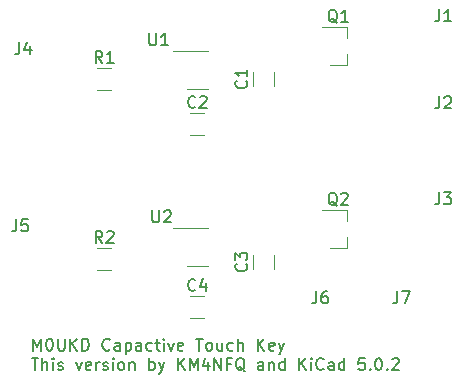
<source format=gbr>
G04 #@! TF.GenerationSoftware,KiCad,Pcbnew,5.0.2+dfsg1-1*
G04 #@! TF.CreationDate,2019-12-28T11:31:48-05:00*
G04 #@! TF.ProjectId,2001captchpad,32303031-6361-4707-9463-687061642e6b,rev?*
G04 #@! TF.SameCoordinates,Original*
G04 #@! TF.FileFunction,Legend,Top*
G04 #@! TF.FilePolarity,Positive*
%FSLAX46Y46*%
G04 Gerber Fmt 4.6, Leading zero omitted, Abs format (unit mm)*
G04 Created by KiCad (PCBNEW 5.0.2+dfsg1-1) date Sat 28 Dec 2019 11:31:48 AM EST*
%MOMM*%
%LPD*%
G01*
G04 APERTURE LIST*
%ADD10C,0.150000*%
%ADD11C,0.120000*%
G04 APERTURE END LIST*
D10*
X143845595Y-113927380D02*
X143845595Y-112927380D01*
X144178928Y-113641666D01*
X144512261Y-112927380D01*
X144512261Y-113927380D01*
X145178928Y-112927380D02*
X145274166Y-112927380D01*
X145369404Y-112975000D01*
X145417023Y-113022619D01*
X145464642Y-113117857D01*
X145512261Y-113308333D01*
X145512261Y-113546428D01*
X145464642Y-113736904D01*
X145417023Y-113832142D01*
X145369404Y-113879761D01*
X145274166Y-113927380D01*
X145178928Y-113927380D01*
X145083690Y-113879761D01*
X145036071Y-113832142D01*
X144988452Y-113736904D01*
X144940833Y-113546428D01*
X144940833Y-113308333D01*
X144988452Y-113117857D01*
X145036071Y-113022619D01*
X145083690Y-112975000D01*
X145178928Y-112927380D01*
X145940833Y-112927380D02*
X145940833Y-113736904D01*
X145988452Y-113832142D01*
X146036071Y-113879761D01*
X146131309Y-113927380D01*
X146321785Y-113927380D01*
X146417023Y-113879761D01*
X146464642Y-113832142D01*
X146512261Y-113736904D01*
X146512261Y-112927380D01*
X146988452Y-113927380D02*
X146988452Y-112927380D01*
X147559880Y-113927380D02*
X147131309Y-113355952D01*
X147559880Y-112927380D02*
X146988452Y-113498809D01*
X147988452Y-113927380D02*
X147988452Y-112927380D01*
X148226547Y-112927380D01*
X148369404Y-112975000D01*
X148464642Y-113070238D01*
X148512261Y-113165476D01*
X148559880Y-113355952D01*
X148559880Y-113498809D01*
X148512261Y-113689285D01*
X148464642Y-113784523D01*
X148369404Y-113879761D01*
X148226547Y-113927380D01*
X147988452Y-113927380D01*
X150321785Y-113832142D02*
X150274166Y-113879761D01*
X150131309Y-113927380D01*
X150036071Y-113927380D01*
X149893214Y-113879761D01*
X149797976Y-113784523D01*
X149750357Y-113689285D01*
X149702738Y-113498809D01*
X149702738Y-113355952D01*
X149750357Y-113165476D01*
X149797976Y-113070238D01*
X149893214Y-112975000D01*
X150036071Y-112927380D01*
X150131309Y-112927380D01*
X150274166Y-112975000D01*
X150321785Y-113022619D01*
X151178928Y-113927380D02*
X151178928Y-113403571D01*
X151131309Y-113308333D01*
X151036071Y-113260714D01*
X150845595Y-113260714D01*
X150750357Y-113308333D01*
X151178928Y-113879761D02*
X151083690Y-113927380D01*
X150845595Y-113927380D01*
X150750357Y-113879761D01*
X150702738Y-113784523D01*
X150702738Y-113689285D01*
X150750357Y-113594047D01*
X150845595Y-113546428D01*
X151083690Y-113546428D01*
X151178928Y-113498809D01*
X151655119Y-113260714D02*
X151655119Y-114260714D01*
X151655119Y-113308333D02*
X151750357Y-113260714D01*
X151940833Y-113260714D01*
X152036071Y-113308333D01*
X152083690Y-113355952D01*
X152131309Y-113451190D01*
X152131309Y-113736904D01*
X152083690Y-113832142D01*
X152036071Y-113879761D01*
X151940833Y-113927380D01*
X151750357Y-113927380D01*
X151655119Y-113879761D01*
X152988452Y-113927380D02*
X152988452Y-113403571D01*
X152940833Y-113308333D01*
X152845595Y-113260714D01*
X152655119Y-113260714D01*
X152559880Y-113308333D01*
X152988452Y-113879761D02*
X152893214Y-113927380D01*
X152655119Y-113927380D01*
X152559880Y-113879761D01*
X152512261Y-113784523D01*
X152512261Y-113689285D01*
X152559880Y-113594047D01*
X152655119Y-113546428D01*
X152893214Y-113546428D01*
X152988452Y-113498809D01*
X153893214Y-113879761D02*
X153797976Y-113927380D01*
X153607500Y-113927380D01*
X153512261Y-113879761D01*
X153464642Y-113832142D01*
X153417023Y-113736904D01*
X153417023Y-113451190D01*
X153464642Y-113355952D01*
X153512261Y-113308333D01*
X153607500Y-113260714D01*
X153797976Y-113260714D01*
X153893214Y-113308333D01*
X154178928Y-113260714D02*
X154559880Y-113260714D01*
X154321785Y-112927380D02*
X154321785Y-113784523D01*
X154369404Y-113879761D01*
X154464642Y-113927380D01*
X154559880Y-113927380D01*
X154893214Y-113927380D02*
X154893214Y-113260714D01*
X154893214Y-112927380D02*
X154845595Y-112975000D01*
X154893214Y-113022619D01*
X154940833Y-112975000D01*
X154893214Y-112927380D01*
X154893214Y-113022619D01*
X155274166Y-113260714D02*
X155512261Y-113927380D01*
X155750357Y-113260714D01*
X156512261Y-113879761D02*
X156417023Y-113927380D01*
X156226547Y-113927380D01*
X156131309Y-113879761D01*
X156083690Y-113784523D01*
X156083690Y-113403571D01*
X156131309Y-113308333D01*
X156226547Y-113260714D01*
X156417023Y-113260714D01*
X156512261Y-113308333D01*
X156559880Y-113403571D01*
X156559880Y-113498809D01*
X156083690Y-113594047D01*
X157607500Y-112927380D02*
X158178928Y-112927380D01*
X157893214Y-113927380D02*
X157893214Y-112927380D01*
X158655119Y-113927380D02*
X158559880Y-113879761D01*
X158512261Y-113832142D01*
X158464642Y-113736904D01*
X158464642Y-113451190D01*
X158512261Y-113355952D01*
X158559880Y-113308333D01*
X158655119Y-113260714D01*
X158797976Y-113260714D01*
X158893214Y-113308333D01*
X158940833Y-113355952D01*
X158988452Y-113451190D01*
X158988452Y-113736904D01*
X158940833Y-113832142D01*
X158893214Y-113879761D01*
X158797976Y-113927380D01*
X158655119Y-113927380D01*
X159845595Y-113260714D02*
X159845595Y-113927380D01*
X159417023Y-113260714D02*
X159417023Y-113784523D01*
X159464642Y-113879761D01*
X159559880Y-113927380D01*
X159702738Y-113927380D01*
X159797976Y-113879761D01*
X159845595Y-113832142D01*
X160750357Y-113879761D02*
X160655119Y-113927380D01*
X160464642Y-113927380D01*
X160369404Y-113879761D01*
X160321785Y-113832142D01*
X160274166Y-113736904D01*
X160274166Y-113451190D01*
X160321785Y-113355952D01*
X160369404Y-113308333D01*
X160464642Y-113260714D01*
X160655119Y-113260714D01*
X160750357Y-113308333D01*
X161178928Y-113927380D02*
X161178928Y-112927380D01*
X161607500Y-113927380D02*
X161607500Y-113403571D01*
X161559880Y-113308333D01*
X161464642Y-113260714D01*
X161321785Y-113260714D01*
X161226547Y-113308333D01*
X161178928Y-113355952D01*
X162845595Y-113927380D02*
X162845595Y-112927380D01*
X163417023Y-113927380D02*
X162988452Y-113355952D01*
X163417023Y-112927380D02*
X162845595Y-113498809D01*
X164226547Y-113879761D02*
X164131309Y-113927380D01*
X163940833Y-113927380D01*
X163845595Y-113879761D01*
X163797976Y-113784523D01*
X163797976Y-113403571D01*
X163845595Y-113308333D01*
X163940833Y-113260714D01*
X164131309Y-113260714D01*
X164226547Y-113308333D01*
X164274166Y-113403571D01*
X164274166Y-113498809D01*
X163797976Y-113594047D01*
X164607500Y-113260714D02*
X164845595Y-113927380D01*
X165083690Y-113260714D02*
X164845595Y-113927380D01*
X164750357Y-114165476D01*
X164702738Y-114213095D01*
X164607500Y-114260714D01*
X143702738Y-114577380D02*
X144274166Y-114577380D01*
X143988452Y-115577380D02*
X143988452Y-114577380D01*
X144607500Y-115577380D02*
X144607500Y-114577380D01*
X145036071Y-115577380D02*
X145036071Y-115053571D01*
X144988452Y-114958333D01*
X144893214Y-114910714D01*
X144750357Y-114910714D01*
X144655119Y-114958333D01*
X144607500Y-115005952D01*
X145512261Y-115577380D02*
X145512261Y-114910714D01*
X145512261Y-114577380D02*
X145464642Y-114625000D01*
X145512261Y-114672619D01*
X145559880Y-114625000D01*
X145512261Y-114577380D01*
X145512261Y-114672619D01*
X145940833Y-115529761D02*
X146036071Y-115577380D01*
X146226547Y-115577380D01*
X146321785Y-115529761D01*
X146369404Y-115434523D01*
X146369404Y-115386904D01*
X146321785Y-115291666D01*
X146226547Y-115244047D01*
X146083690Y-115244047D01*
X145988452Y-115196428D01*
X145940833Y-115101190D01*
X145940833Y-115053571D01*
X145988452Y-114958333D01*
X146083690Y-114910714D01*
X146226547Y-114910714D01*
X146321785Y-114958333D01*
X147464642Y-114910714D02*
X147702738Y-115577380D01*
X147940833Y-114910714D01*
X148702738Y-115529761D02*
X148607500Y-115577380D01*
X148417023Y-115577380D01*
X148321785Y-115529761D01*
X148274166Y-115434523D01*
X148274166Y-115053571D01*
X148321785Y-114958333D01*
X148417023Y-114910714D01*
X148607500Y-114910714D01*
X148702738Y-114958333D01*
X148750357Y-115053571D01*
X148750357Y-115148809D01*
X148274166Y-115244047D01*
X149178928Y-115577380D02*
X149178928Y-114910714D01*
X149178928Y-115101190D02*
X149226547Y-115005952D01*
X149274166Y-114958333D01*
X149369404Y-114910714D01*
X149464642Y-114910714D01*
X149750357Y-115529761D02*
X149845595Y-115577380D01*
X150036071Y-115577380D01*
X150131309Y-115529761D01*
X150178928Y-115434523D01*
X150178928Y-115386904D01*
X150131309Y-115291666D01*
X150036071Y-115244047D01*
X149893214Y-115244047D01*
X149797976Y-115196428D01*
X149750357Y-115101190D01*
X149750357Y-115053571D01*
X149797976Y-114958333D01*
X149893214Y-114910714D01*
X150036071Y-114910714D01*
X150131309Y-114958333D01*
X150607500Y-115577380D02*
X150607500Y-114910714D01*
X150607500Y-114577380D02*
X150559880Y-114625000D01*
X150607500Y-114672619D01*
X150655119Y-114625000D01*
X150607500Y-114577380D01*
X150607500Y-114672619D01*
X151226547Y-115577380D02*
X151131309Y-115529761D01*
X151083690Y-115482142D01*
X151036071Y-115386904D01*
X151036071Y-115101190D01*
X151083690Y-115005952D01*
X151131309Y-114958333D01*
X151226547Y-114910714D01*
X151369404Y-114910714D01*
X151464642Y-114958333D01*
X151512261Y-115005952D01*
X151559880Y-115101190D01*
X151559880Y-115386904D01*
X151512261Y-115482142D01*
X151464642Y-115529761D01*
X151369404Y-115577380D01*
X151226547Y-115577380D01*
X151988452Y-114910714D02*
X151988452Y-115577380D01*
X151988452Y-115005952D02*
X152036071Y-114958333D01*
X152131309Y-114910714D01*
X152274166Y-114910714D01*
X152369404Y-114958333D01*
X152417023Y-115053571D01*
X152417023Y-115577380D01*
X153655119Y-115577380D02*
X153655119Y-114577380D01*
X153655119Y-114958333D02*
X153750357Y-114910714D01*
X153940833Y-114910714D01*
X154036071Y-114958333D01*
X154083690Y-115005952D01*
X154131309Y-115101190D01*
X154131309Y-115386904D01*
X154083690Y-115482142D01*
X154036071Y-115529761D01*
X153940833Y-115577380D01*
X153750357Y-115577380D01*
X153655119Y-115529761D01*
X154464642Y-114910714D02*
X154702738Y-115577380D01*
X154940833Y-114910714D02*
X154702738Y-115577380D01*
X154607500Y-115815476D01*
X154559880Y-115863095D01*
X154464642Y-115910714D01*
X156083690Y-115577380D02*
X156083690Y-114577380D01*
X156655119Y-115577380D02*
X156226547Y-115005952D01*
X156655119Y-114577380D02*
X156083690Y-115148809D01*
X157083690Y-115577380D02*
X157083690Y-114577380D01*
X157417023Y-115291666D01*
X157750357Y-114577380D01*
X157750357Y-115577380D01*
X158655119Y-114910714D02*
X158655119Y-115577380D01*
X158417023Y-114529761D02*
X158178928Y-115244047D01*
X158797976Y-115244047D01*
X159178928Y-115577380D02*
X159178928Y-114577380D01*
X159750357Y-115577380D01*
X159750357Y-114577380D01*
X160559880Y-115053571D02*
X160226547Y-115053571D01*
X160226547Y-115577380D02*
X160226547Y-114577380D01*
X160702738Y-114577380D01*
X161750357Y-115672619D02*
X161655119Y-115625000D01*
X161559880Y-115529761D01*
X161417023Y-115386904D01*
X161321785Y-115339285D01*
X161226547Y-115339285D01*
X161274166Y-115577380D02*
X161178928Y-115529761D01*
X161083690Y-115434523D01*
X161036071Y-115244047D01*
X161036071Y-114910714D01*
X161083690Y-114720238D01*
X161178928Y-114625000D01*
X161274166Y-114577380D01*
X161464642Y-114577380D01*
X161559880Y-114625000D01*
X161655119Y-114720238D01*
X161702738Y-114910714D01*
X161702738Y-115244047D01*
X161655119Y-115434523D01*
X161559880Y-115529761D01*
X161464642Y-115577380D01*
X161274166Y-115577380D01*
X163321785Y-115577380D02*
X163321785Y-115053571D01*
X163274166Y-114958333D01*
X163178928Y-114910714D01*
X162988452Y-114910714D01*
X162893214Y-114958333D01*
X163321785Y-115529761D02*
X163226547Y-115577380D01*
X162988452Y-115577380D01*
X162893214Y-115529761D01*
X162845595Y-115434523D01*
X162845595Y-115339285D01*
X162893214Y-115244047D01*
X162988452Y-115196428D01*
X163226547Y-115196428D01*
X163321785Y-115148809D01*
X163797976Y-114910714D02*
X163797976Y-115577380D01*
X163797976Y-115005952D02*
X163845595Y-114958333D01*
X163940833Y-114910714D01*
X164083690Y-114910714D01*
X164178928Y-114958333D01*
X164226547Y-115053571D01*
X164226547Y-115577380D01*
X165131309Y-115577380D02*
X165131309Y-114577380D01*
X165131309Y-115529761D02*
X165036071Y-115577380D01*
X164845595Y-115577380D01*
X164750357Y-115529761D01*
X164702738Y-115482142D01*
X164655119Y-115386904D01*
X164655119Y-115101190D01*
X164702738Y-115005952D01*
X164750357Y-114958333D01*
X164845595Y-114910714D01*
X165036071Y-114910714D01*
X165131309Y-114958333D01*
X166369404Y-115577380D02*
X166369404Y-114577380D01*
X166940833Y-115577380D02*
X166512261Y-115005952D01*
X166940833Y-114577380D02*
X166369404Y-115148809D01*
X167369404Y-115577380D02*
X167369404Y-114910714D01*
X167369404Y-114577380D02*
X167321785Y-114625000D01*
X167369404Y-114672619D01*
X167417023Y-114625000D01*
X167369404Y-114577380D01*
X167369404Y-114672619D01*
X168417023Y-115482142D02*
X168369404Y-115529761D01*
X168226547Y-115577380D01*
X168131309Y-115577380D01*
X167988452Y-115529761D01*
X167893214Y-115434523D01*
X167845595Y-115339285D01*
X167797976Y-115148809D01*
X167797976Y-115005952D01*
X167845595Y-114815476D01*
X167893214Y-114720238D01*
X167988452Y-114625000D01*
X168131309Y-114577380D01*
X168226547Y-114577380D01*
X168369404Y-114625000D01*
X168417023Y-114672619D01*
X169274166Y-115577380D02*
X169274166Y-115053571D01*
X169226547Y-114958333D01*
X169131309Y-114910714D01*
X168940833Y-114910714D01*
X168845595Y-114958333D01*
X169274166Y-115529761D02*
X169178928Y-115577380D01*
X168940833Y-115577380D01*
X168845595Y-115529761D01*
X168797976Y-115434523D01*
X168797976Y-115339285D01*
X168845595Y-115244047D01*
X168940833Y-115196428D01*
X169178928Y-115196428D01*
X169274166Y-115148809D01*
X170178928Y-115577380D02*
X170178928Y-114577380D01*
X170178928Y-115529761D02*
X170083690Y-115577380D01*
X169893214Y-115577380D01*
X169797976Y-115529761D01*
X169750357Y-115482142D01*
X169702738Y-115386904D01*
X169702738Y-115101190D01*
X169750357Y-115005952D01*
X169797976Y-114958333D01*
X169893214Y-114910714D01*
X170083690Y-114910714D01*
X170178928Y-114958333D01*
X171893214Y-114577380D02*
X171417023Y-114577380D01*
X171369404Y-115053571D01*
X171417023Y-115005952D01*
X171512261Y-114958333D01*
X171750357Y-114958333D01*
X171845595Y-115005952D01*
X171893214Y-115053571D01*
X171940833Y-115148809D01*
X171940833Y-115386904D01*
X171893214Y-115482142D01*
X171845595Y-115529761D01*
X171750357Y-115577380D01*
X171512261Y-115577380D01*
X171417023Y-115529761D01*
X171369404Y-115482142D01*
X172369404Y-115482142D02*
X172417023Y-115529761D01*
X172369404Y-115577380D01*
X172321785Y-115529761D01*
X172369404Y-115482142D01*
X172369404Y-115577380D01*
X173036071Y-114577380D02*
X173131309Y-114577380D01*
X173226547Y-114625000D01*
X173274166Y-114672619D01*
X173321785Y-114767857D01*
X173369404Y-114958333D01*
X173369404Y-115196428D01*
X173321785Y-115386904D01*
X173274166Y-115482142D01*
X173226547Y-115529761D01*
X173131309Y-115577380D01*
X173036071Y-115577380D01*
X172940833Y-115529761D01*
X172893214Y-115482142D01*
X172845595Y-115386904D01*
X172797976Y-115196428D01*
X172797976Y-114958333D01*
X172845595Y-114767857D01*
X172893214Y-114672619D01*
X172940833Y-114625000D01*
X173036071Y-114577380D01*
X173797976Y-115482142D02*
X173845595Y-115529761D01*
X173797976Y-115577380D01*
X173750357Y-115529761D01*
X173797976Y-115482142D01*
X173797976Y-115577380D01*
X174226547Y-114672619D02*
X174274166Y-114625000D01*
X174369404Y-114577380D01*
X174607500Y-114577380D01*
X174702738Y-114625000D01*
X174750357Y-114672619D01*
X174797976Y-114767857D01*
X174797976Y-114863095D01*
X174750357Y-115005952D01*
X174178928Y-115577380D01*
X174797976Y-115577380D01*
D11*
G04 #@! TO.C,C1*
X164232000Y-91534064D02*
X164232000Y-90329936D01*
X162412000Y-91534064D02*
X162412000Y-90329936D01*
G04 #@! TO.C,C2*
X157131936Y-95652000D02*
X158336064Y-95652000D01*
X157131936Y-93832000D02*
X158336064Y-93832000D01*
G04 #@! TO.C,C3*
X164232000Y-107028064D02*
X164232000Y-105823936D01*
X162412000Y-107028064D02*
X162412000Y-105823936D01*
G04 #@! TO.C,C4*
X157131936Y-111146000D02*
X158336064Y-111146000D01*
X157131936Y-109326000D02*
X158336064Y-109326000D01*
G04 #@! TO.C,Q1*
X170432000Y-89718000D02*
X168972000Y-89718000D01*
X170432000Y-86558000D02*
X168272000Y-86558000D01*
X170432000Y-86558000D02*
X170432000Y-87488000D01*
X170432000Y-89718000D02*
X170432000Y-88788000D01*
G04 #@! TO.C,Q2*
X170432000Y-105212000D02*
X168972000Y-105212000D01*
X170432000Y-102052000D02*
X168272000Y-102052000D01*
X170432000Y-102052000D02*
X170432000Y-102982000D01*
X170432000Y-105212000D02*
X170432000Y-104282000D01*
G04 #@! TO.C,R1*
X149257936Y-91842000D02*
X150462064Y-91842000D01*
X149257936Y-90022000D02*
X150462064Y-90022000D01*
G04 #@! TO.C,R2*
X149257936Y-107082000D02*
X150462064Y-107082000D01*
X149257936Y-105262000D02*
X150462064Y-105262000D01*
G04 #@! TO.C,U1*
X158634000Y-88560000D02*
X155684000Y-88560000D01*
X156834000Y-91780000D02*
X158634000Y-91780000D01*
G04 #@! TO.C,U2*
X158634000Y-103546000D02*
X155684000Y-103546000D01*
X156834000Y-106766000D02*
X158634000Y-106766000D01*
G04 #@! TO.C,C1*
D10*
X161859142Y-91098666D02*
X161906761Y-91146285D01*
X161954380Y-91289142D01*
X161954380Y-91384380D01*
X161906761Y-91527238D01*
X161811523Y-91622476D01*
X161716285Y-91670095D01*
X161525809Y-91717714D01*
X161382952Y-91717714D01*
X161192476Y-91670095D01*
X161097238Y-91622476D01*
X161002000Y-91527238D01*
X160954380Y-91384380D01*
X160954380Y-91289142D01*
X161002000Y-91146285D01*
X161049619Y-91098666D01*
X161954380Y-90146285D02*
X161954380Y-90717714D01*
X161954380Y-90432000D02*
X160954380Y-90432000D01*
X161097238Y-90527238D01*
X161192476Y-90622476D01*
X161240095Y-90717714D01*
G04 #@! TO.C,C2*
X157567333Y-93279142D02*
X157519714Y-93326761D01*
X157376857Y-93374380D01*
X157281619Y-93374380D01*
X157138761Y-93326761D01*
X157043523Y-93231523D01*
X156995904Y-93136285D01*
X156948285Y-92945809D01*
X156948285Y-92802952D01*
X156995904Y-92612476D01*
X157043523Y-92517238D01*
X157138761Y-92422000D01*
X157281619Y-92374380D01*
X157376857Y-92374380D01*
X157519714Y-92422000D01*
X157567333Y-92469619D01*
X157948285Y-92469619D02*
X157995904Y-92422000D01*
X158091142Y-92374380D01*
X158329238Y-92374380D01*
X158424476Y-92422000D01*
X158472095Y-92469619D01*
X158519714Y-92564857D01*
X158519714Y-92660095D01*
X158472095Y-92802952D01*
X157900666Y-93374380D01*
X158519714Y-93374380D01*
G04 #@! TO.C,C3*
X161859142Y-106592666D02*
X161906761Y-106640285D01*
X161954380Y-106783142D01*
X161954380Y-106878380D01*
X161906761Y-107021238D01*
X161811523Y-107116476D01*
X161716285Y-107164095D01*
X161525809Y-107211714D01*
X161382952Y-107211714D01*
X161192476Y-107164095D01*
X161097238Y-107116476D01*
X161002000Y-107021238D01*
X160954380Y-106878380D01*
X160954380Y-106783142D01*
X161002000Y-106640285D01*
X161049619Y-106592666D01*
X160954380Y-106259333D02*
X160954380Y-105640285D01*
X161335333Y-105973619D01*
X161335333Y-105830761D01*
X161382952Y-105735523D01*
X161430571Y-105687904D01*
X161525809Y-105640285D01*
X161763904Y-105640285D01*
X161859142Y-105687904D01*
X161906761Y-105735523D01*
X161954380Y-105830761D01*
X161954380Y-106116476D01*
X161906761Y-106211714D01*
X161859142Y-106259333D01*
G04 #@! TO.C,C4*
X157567333Y-108773142D02*
X157519714Y-108820761D01*
X157376857Y-108868380D01*
X157281619Y-108868380D01*
X157138761Y-108820761D01*
X157043523Y-108725523D01*
X156995904Y-108630285D01*
X156948285Y-108439809D01*
X156948285Y-108296952D01*
X156995904Y-108106476D01*
X157043523Y-108011238D01*
X157138761Y-107916000D01*
X157281619Y-107868380D01*
X157376857Y-107868380D01*
X157519714Y-107916000D01*
X157567333Y-107963619D01*
X158424476Y-108201714D02*
X158424476Y-108868380D01*
X158186380Y-107820761D02*
X157948285Y-108535047D01*
X158567333Y-108535047D01*
G04 #@! TO.C,J1*
X178228666Y-85050380D02*
X178228666Y-85764666D01*
X178181047Y-85907523D01*
X178085809Y-86002761D01*
X177942952Y-86050380D01*
X177847714Y-86050380D01*
X179228666Y-86050380D02*
X178657238Y-86050380D01*
X178942952Y-86050380D02*
X178942952Y-85050380D01*
X178847714Y-85193238D01*
X178752476Y-85288476D01*
X178657238Y-85336095D01*
G04 #@! TO.C,J2*
X178228666Y-92416380D02*
X178228666Y-93130666D01*
X178181047Y-93273523D01*
X178085809Y-93368761D01*
X177942952Y-93416380D01*
X177847714Y-93416380D01*
X178657238Y-92511619D02*
X178704857Y-92464000D01*
X178800095Y-92416380D01*
X179038190Y-92416380D01*
X179133428Y-92464000D01*
X179181047Y-92511619D01*
X179228666Y-92606857D01*
X179228666Y-92702095D01*
X179181047Y-92844952D01*
X178609619Y-93416380D01*
X179228666Y-93416380D01*
G04 #@! TO.C,J3*
X178228666Y-100544380D02*
X178228666Y-101258666D01*
X178181047Y-101401523D01*
X178085809Y-101496761D01*
X177942952Y-101544380D01*
X177847714Y-101544380D01*
X178609619Y-100544380D02*
X179228666Y-100544380D01*
X178895333Y-100925333D01*
X179038190Y-100925333D01*
X179133428Y-100972952D01*
X179181047Y-101020571D01*
X179228666Y-101115809D01*
X179228666Y-101353904D01*
X179181047Y-101449142D01*
X179133428Y-101496761D01*
X179038190Y-101544380D01*
X178752476Y-101544380D01*
X178657238Y-101496761D01*
X178609619Y-101449142D01*
G04 #@! TO.C,J4*
X142668666Y-87844380D02*
X142668666Y-88558666D01*
X142621047Y-88701523D01*
X142525809Y-88796761D01*
X142382952Y-88844380D01*
X142287714Y-88844380D01*
X143573428Y-88177714D02*
X143573428Y-88844380D01*
X143335333Y-87796761D02*
X143097238Y-88511047D01*
X143716285Y-88511047D01*
G04 #@! TO.C,J5*
X142414666Y-102830380D02*
X142414666Y-103544666D01*
X142367047Y-103687523D01*
X142271809Y-103782761D01*
X142128952Y-103830380D01*
X142033714Y-103830380D01*
X143367047Y-102830380D02*
X142890857Y-102830380D01*
X142843238Y-103306571D01*
X142890857Y-103258952D01*
X142986095Y-103211333D01*
X143224190Y-103211333D01*
X143319428Y-103258952D01*
X143367047Y-103306571D01*
X143414666Y-103401809D01*
X143414666Y-103639904D01*
X143367047Y-103735142D01*
X143319428Y-103782761D01*
X143224190Y-103830380D01*
X142986095Y-103830380D01*
X142890857Y-103782761D01*
X142843238Y-103735142D01*
G04 #@! TO.C,J6*
X167814666Y-108926380D02*
X167814666Y-109640666D01*
X167767047Y-109783523D01*
X167671809Y-109878761D01*
X167528952Y-109926380D01*
X167433714Y-109926380D01*
X168719428Y-108926380D02*
X168528952Y-108926380D01*
X168433714Y-108974000D01*
X168386095Y-109021619D01*
X168290857Y-109164476D01*
X168243238Y-109354952D01*
X168243238Y-109735904D01*
X168290857Y-109831142D01*
X168338476Y-109878761D01*
X168433714Y-109926380D01*
X168624190Y-109926380D01*
X168719428Y-109878761D01*
X168767047Y-109831142D01*
X168814666Y-109735904D01*
X168814666Y-109497809D01*
X168767047Y-109402571D01*
X168719428Y-109354952D01*
X168624190Y-109307333D01*
X168433714Y-109307333D01*
X168338476Y-109354952D01*
X168290857Y-109402571D01*
X168243238Y-109497809D01*
G04 #@! TO.C,J7*
X174672666Y-108926380D02*
X174672666Y-109640666D01*
X174625047Y-109783523D01*
X174529809Y-109878761D01*
X174386952Y-109926380D01*
X174291714Y-109926380D01*
X175053619Y-108926380D02*
X175720285Y-108926380D01*
X175291714Y-109926380D01*
G04 #@! TO.C,Q1*
X169576761Y-86185619D02*
X169481523Y-86138000D01*
X169386285Y-86042761D01*
X169243428Y-85899904D01*
X169148190Y-85852285D01*
X169052952Y-85852285D01*
X169100571Y-86090380D02*
X169005333Y-86042761D01*
X168910095Y-85947523D01*
X168862476Y-85757047D01*
X168862476Y-85423714D01*
X168910095Y-85233238D01*
X169005333Y-85138000D01*
X169100571Y-85090380D01*
X169291047Y-85090380D01*
X169386285Y-85138000D01*
X169481523Y-85233238D01*
X169529142Y-85423714D01*
X169529142Y-85757047D01*
X169481523Y-85947523D01*
X169386285Y-86042761D01*
X169291047Y-86090380D01*
X169100571Y-86090380D01*
X170481523Y-86090380D02*
X169910095Y-86090380D01*
X170195809Y-86090380D02*
X170195809Y-85090380D01*
X170100571Y-85233238D01*
X170005333Y-85328476D01*
X169910095Y-85376095D01*
G04 #@! TO.C,Q2*
X169576761Y-101679619D02*
X169481523Y-101632000D01*
X169386285Y-101536761D01*
X169243428Y-101393904D01*
X169148190Y-101346285D01*
X169052952Y-101346285D01*
X169100571Y-101584380D02*
X169005333Y-101536761D01*
X168910095Y-101441523D01*
X168862476Y-101251047D01*
X168862476Y-100917714D01*
X168910095Y-100727238D01*
X169005333Y-100632000D01*
X169100571Y-100584380D01*
X169291047Y-100584380D01*
X169386285Y-100632000D01*
X169481523Y-100727238D01*
X169529142Y-100917714D01*
X169529142Y-101251047D01*
X169481523Y-101441523D01*
X169386285Y-101536761D01*
X169291047Y-101584380D01*
X169100571Y-101584380D01*
X169910095Y-100679619D02*
X169957714Y-100632000D01*
X170052952Y-100584380D01*
X170291047Y-100584380D01*
X170386285Y-100632000D01*
X170433904Y-100679619D01*
X170481523Y-100774857D01*
X170481523Y-100870095D01*
X170433904Y-101012952D01*
X169862476Y-101584380D01*
X170481523Y-101584380D01*
G04 #@! TO.C,R1*
X149693333Y-89564380D02*
X149360000Y-89088190D01*
X149121904Y-89564380D02*
X149121904Y-88564380D01*
X149502857Y-88564380D01*
X149598095Y-88612000D01*
X149645714Y-88659619D01*
X149693333Y-88754857D01*
X149693333Y-88897714D01*
X149645714Y-88992952D01*
X149598095Y-89040571D01*
X149502857Y-89088190D01*
X149121904Y-89088190D01*
X150645714Y-89564380D02*
X150074285Y-89564380D01*
X150360000Y-89564380D02*
X150360000Y-88564380D01*
X150264761Y-88707238D01*
X150169523Y-88802476D01*
X150074285Y-88850095D01*
G04 #@! TO.C,R2*
X149693333Y-104804380D02*
X149360000Y-104328190D01*
X149121904Y-104804380D02*
X149121904Y-103804380D01*
X149502857Y-103804380D01*
X149598095Y-103852000D01*
X149645714Y-103899619D01*
X149693333Y-103994857D01*
X149693333Y-104137714D01*
X149645714Y-104232952D01*
X149598095Y-104280571D01*
X149502857Y-104328190D01*
X149121904Y-104328190D01*
X150074285Y-103899619D02*
X150121904Y-103852000D01*
X150217142Y-103804380D01*
X150455238Y-103804380D01*
X150550476Y-103852000D01*
X150598095Y-103899619D01*
X150645714Y-103994857D01*
X150645714Y-104090095D01*
X150598095Y-104232952D01*
X150026666Y-104804380D01*
X150645714Y-104804380D01*
G04 #@! TO.C,U1*
X153670095Y-87082380D02*
X153670095Y-87891904D01*
X153717714Y-87987142D01*
X153765333Y-88034761D01*
X153860571Y-88082380D01*
X154051047Y-88082380D01*
X154146285Y-88034761D01*
X154193904Y-87987142D01*
X154241523Y-87891904D01*
X154241523Y-87082380D01*
X155241523Y-88082380D02*
X154670095Y-88082380D01*
X154955809Y-88082380D02*
X154955809Y-87082380D01*
X154860571Y-87225238D01*
X154765333Y-87320476D01*
X154670095Y-87368095D01*
G04 #@! TO.C,U2*
X153924095Y-102068380D02*
X153924095Y-102877904D01*
X153971714Y-102973142D01*
X154019333Y-103020761D01*
X154114571Y-103068380D01*
X154305047Y-103068380D01*
X154400285Y-103020761D01*
X154447904Y-102973142D01*
X154495523Y-102877904D01*
X154495523Y-102068380D01*
X154924095Y-102163619D02*
X154971714Y-102116000D01*
X155066952Y-102068380D01*
X155305047Y-102068380D01*
X155400285Y-102116000D01*
X155447904Y-102163619D01*
X155495523Y-102258857D01*
X155495523Y-102354095D01*
X155447904Y-102496952D01*
X154876476Y-103068380D01*
X155495523Y-103068380D01*
G04 #@! TD*
M02*

</source>
